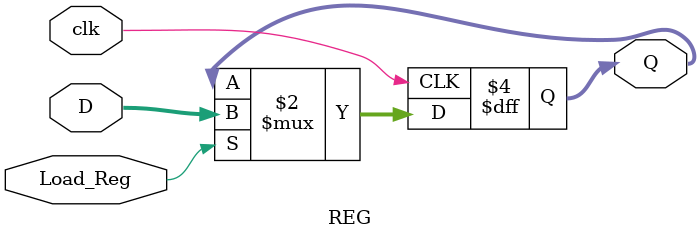
<source format=v>
`timescale 1ns / 1ps


module REG #(parameter Data_Width = 12)(
    input [Data_Width - 1:0] D,
    input clk, Load_Reg,
    output reg [Data_Width - 1:0] Q
);

    always @ (posedge clk)
        begin
           if (Load_Reg)
                Q <= D; 
        end
endmodule

</source>
